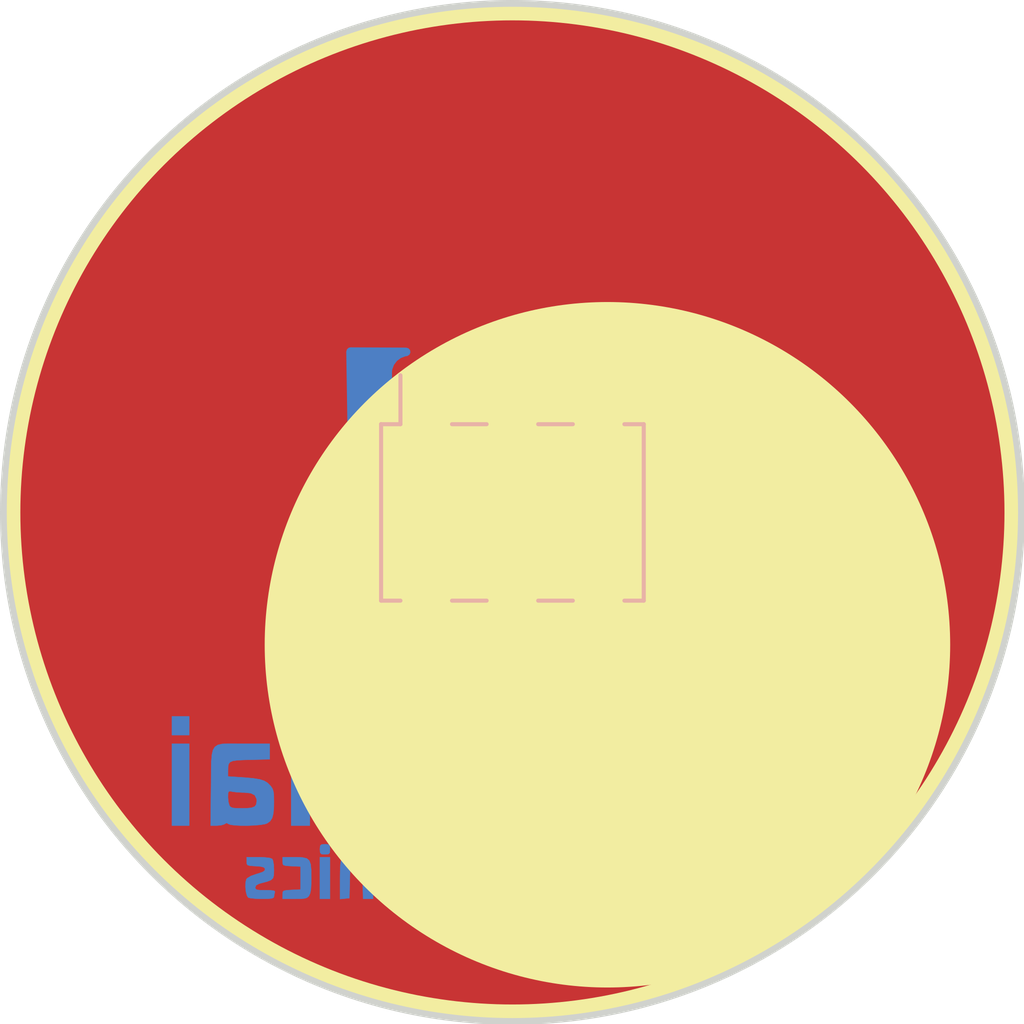
<source format=kicad_pcb>
(kicad_pcb (version 20240108) (generator "pcbnew") (generator_version "8.0")
  (layers (0 "F.Cu" signal) (31 "B.Cu" signal) (34 "B.Paste" user) (35 "F.Paste" user) (36 "B.SilkS" user "B.Silkscreen") (37 "F.SilkS" user "F.Silkscreen") (38 "B.Mask" user) (39 "F.Mask" user) (44 "Edge.Cuts" user))
  (net 0 "")
  (net 3 "GND")
  (net 4 "+3.3V")
  (net 5 "IO2")
  (net 6 "IO1")
  (footprint "googly_basic:kicad" (layer "B.Cu") (at 0 0 180)
    (property "Reference" "N1" (hide yes))
    (property "Value" "Housing" (hide yes))
    (fp_poly (pts (xy 10.033 -6.561666) (xy 9.525 -6.561666) (xy 9.525 -6.011333) (xy 10.033 -6.011333) (xy 10.033 -6.561666)) (stroke (width 0.01)) (fill solid) (layer "B.Cu"))
    (fp_poly (pts (xy 10.033 -9.228666) (xy 9.525 -9.228666) (xy 9.525 -6.815666) (xy 10.033 -6.815666) (xy 10.033 -9.228666)) (stroke (width 0.01)) (fill solid) (layer "B.Cu"))
    (fp_poly (pts (xy 5.672666 -11.387666) (xy 5.376333 -11.387666) (xy 5.376333 -10.16) (xy 5.672666 -10.16) (xy 5.672666 -11.387666)) (stroke (width 0.01)) (fill solid) (layer "B.Cu"))
    (fp_poly (pts (xy 0.677333 -6.561666) (xy 0.169333 -6.561666) (xy 0.169333 -6.011333) (xy 0.677333 -6.011333) (xy 0.677333 -6.561666)) (stroke (width 0.01)) (fill solid) (layer "B.Cu"))
    (fp_poly (pts (xy 0.677333 -9.228666) (xy 0.169333 -9.228666) (xy 0.169333 -6.815666) (xy 0.677333 -6.815666) (xy 0.677333 -9.228666)) (stroke (width 0.01)) (fill solid) (layer "B.Cu"))
    (fp_poly (pts (xy 2.659145 -10.296955) (xy 2.639381 -10.392407) (xy 2.586336 -10.437441) (xy 2.497666 -10.456333) (xy 2.3495 -10.4775) (xy 2.325468 -11.387666) (xy 2.029675 -11.387666) (xy 2.041421 -10.784416) (xy 2.053166 -10.181166) (xy 2.362812 -10.169955) (xy 2.672458 -10.158743) (xy 2.659145 -10.296955)) (stroke (width 0.01)) (fill solid) (layer "B.Cu"))
    (fp_poly (pts (xy -1.312334 -11.387666) (xy -1.608667 -11.387666) (xy -1.608667 -10.541) (xy -1.607419 -10.237614) (xy -1.603323 -10.010452) (xy -1.595856 -9.851105) (xy -1.58449 -9.751161) (xy -1.568702 -9.702212) (xy -1.55575 -9.693755) (xy -1.474081 -9.682831) (xy -1.407584 -9.667651) (xy -1.312334 -9.642125) (xy -1.312334 -11.387666)) (stroke (width 0.01)) (fill solid) (layer "B.Cu"))
    (fp_poly (pts (xy -1.689529 -6.854156) (xy -1.0795 -7.866312) (xy -1.068165 -6.854156) (xy -1.056829 -5.842) (xy -0.508 -5.842) (xy -0.508 -9.232891) (xy -0.745613 -9.220195) (xy -0.983226 -9.2075) (xy -2.264834 -7.03541) (xy -2.287406 -9.228666) (xy -2.794 -9.228666) (xy -2.794 -5.842) (xy -2.299557 -5.842) (xy -1.689529 -6.854156)) (stroke (width 0.01)) (fill solid) (layer "B.Cu"))
    (fp_poly (pts (xy 5.623805 -9.785553) (xy 5.664532 -9.822526) (xy 5.672648 -9.915888) (xy 5.672666 -9.927166) (xy 5.666113 -10.026472) (xy 5.62914 -10.067198) (xy 5.535777 -10.075314) (xy 5.5245 -10.075333) (xy 5.425194 -10.06878) (xy 5.384467 -10.031806) (xy 5.376351 -9.938444) (xy 5.376333 -9.927166) (xy 5.382886 -9.82786) (xy 5.419859 -9.787134) (xy 5.513222 -9.779018) (xy 5.5245 -9.779) (xy 5.623805 -9.785553)) (stroke (width 0.01)) (fill solid) (layer "B.Cu"))
    (fp_poly (pts (xy 6.469066 -5.816312) (xy 6.482762 -5.835296) (xy 6.493748 -5.880635) (xy 6.502319 -5.959706) (xy 6.508764 -6.079889) (xy 6.513377 -6.248562) (xy 6.516448 -6.473103) (xy 6.518269 -6.760893) (xy 6.519133 -7.119309) (xy 6.519333 -7.509637) (xy 6.519333 -9.228666) (xy 5.969 -9.228666) (xy 5.969 -5.842) (xy 6.177204 -5.842) (xy 6.313774 -5.836962) (xy 6.421679 -5.824199) (xy 6.45237 -5.816304) (xy 6.469066 -5.816312)) (stroke (width 0.01)) (fill solid) (layer "B.Cu"))
    (fp_poly (pts (xy 4.748939 -10.166648) (xy 4.910818 -10.178934) (xy 5.007346 -10.199098) (xy 5.022779 -10.207544) (xy 5.047795 -10.252149) (xy 5.064942 -10.34457) (xy 5.075224 -10.495637) (xy 5.079646 -10.716176) (xy 5.08 -10.824032) (xy 5.08 -11.393031) (xy 4.942416 -11.379765) (xy 4.804833 -11.3665) (xy 4.792841 -10.887884) (xy 4.780849 -10.409269) (xy 4.602341 -10.422218) (xy 4.423833 -10.435166) (xy 4.399893 -11.387666) (xy 4.106333 -11.387666) (xy 4.106333 -10.166997) (xy 4.535945 -10.163526) (xy 4.748939 -10.166648)) (stroke (width 0.01)) (fill solid) (layer "B.Cu"))
    (fp_poly (pts (xy -1.905 -9.948333) (xy -2.497667 -9.948333) (xy -2.497667 -10.414) (xy -2.243667 -10.414) (xy -2.103069 -10.415663) (xy -2.027182 -10.427304) (xy -1.996049 -10.458901) (xy -1.989715 -10.520432) (xy -1.989667 -10.541) (xy -1.992993 -10.611298) (xy -2.016275 -10.649242) (xy -2.07947 -10.664808) (xy -2.202532 -10.667976) (xy -2.243667 -10.668) (xy -2.497667 -10.668) (xy -2.497667 -11.133666) (xy -1.905 -11.133666) (xy -1.905 -11.387666) (xy -2.794 -11.387666) (xy -2.794 -9.694333) (xy -1.905 -9.694333) (xy -1.905 -9.948333)) (stroke (width 0.01)) (fill solid) (layer "B.Cu"))
    (fp_poly (pts (xy 6.773333 -10.284979) (xy 6.769652 -10.353267) (xy 6.745593 -10.39179) (xy 6.681633 -10.4107) (xy 6.558249 -10.420151) (xy 6.50875 -10.422563) (xy 6.244166 -10.435166) (xy 6.244166 -11.1125) (xy 6.50875 -11.125103) (xy 6.652943 -11.13371) (xy 6.73207 -11.148844) (xy 6.765654 -11.180656) (xy 6.773219 -11.239299) (xy 6.773333 -11.262686) (xy 6.773333 -11.387666) (xy 6.4159 -11.387666) (xy 6.237955 -11.385478) (xy 6.124462 -11.375925) (xy 6.055254 -11.354526) (xy 6.010165 -11.316799) (xy 5.992567 -11.29358) (xy 5.958942 -11.218493) (xy 5.938137 -11.099182) (xy 5.92821 -10.920324) (xy 5.926666 -10.773833) (xy 5.929955 -10.534613) (xy 5.946612 -10.367219) (xy 5.986825 -10.258867) (xy 6.060781 -10.196776) (xy 6.178668 -10.168164) (xy 6.350674 -10.160249) (xy 6.4159 -10.16) (xy 6.773333 -10.16) (xy 6.773333 -10.284979)) (stroke (width 0.01)) (fill solid) (layer "B.Cu"))
    (fp_poly (pts (xy 0.958467 -10.410354) (xy 0.701483 -10.42276) (xy 0.4445 -10.435166) (xy 0.432204 -10.784416) (xy 0.419909 -11.133666) (xy 0.701317 -11.133666) (xy 0.85174 -11.136464) (xy 0.933289 -11.147597) (xy 0.961653 -11.171172) (xy 0.957029 -11.200629) (xy 0.933749 -11.295992) (xy 0.931333 -11.327629) (xy 0.91227 -11.359157) (xy 0.845654 -11.377637) (xy 0.717347 -11.385601) (xy 0.60325 -11.386379) (xy 0.435888 -11.380381) (xy 0.295151 -11.365718) (xy 0.207986 -11.345367) (xy 0.201083 -11.341942) (xy 0.169076 -11.312924) (xy 0.147703 -11.260124) (xy 0.134925 -11.168519) (xy 0.128705 -11.023083) (xy 0.127003 -10.808795) (xy 0.127 -10.79592) (xy 0.128914 -10.551948) (xy 0.140788 -10.380031) (xy 0.17182 -10.26756) (xy 0.231207 -10.201927) (xy 0.328147 -10.170523) (xy 0.471837 -10.160738) (xy 0.590885 -10.16) (xy 0.921723 -10.16) (xy 0.958467 -10.410354)) (stroke (width 0.01)) (fill solid) (layer "B.Cu"))
    (fp_poly (pts (xy 3.548666 -10.164991) (xy 3.685595 -10.188513) (xy 3.773815 -10.243387) (xy 3.823932 -10.342437) (xy 3.846551 -10.498482) (xy 3.852276 -10.724347) (xy 3.852333 -10.764413) (xy 3.849141 -11.005762) (xy 3.833037 -11.175185) (xy 3.794228 -11.285369) (xy 3.722923 -11.348997) (xy 3.609329 -11.378754) (xy 3.443653 -11.387324) (xy 3.37119 -11.387666) (xy 3.141416 -11.378887) (xy 2.991976 -11.352317) (xy 2.939674 -11.327579) (xy 2.904093 -11.293173) (xy 2.880467 -11.241209) (xy 2.866418 -11.155661) (xy 2.859567 -11.020502) (xy 2.858499 -10.914818) (xy 3.135854 -10.914818) (xy 3.145369 -11.033552) (xy 3.178374 -11.099161) (xy 3.243527 -11.1273) (xy 3.349485 -11.133629) (xy 3.365883 -11.133666) (xy 3.559424 -11.133666) (xy 3.547128 -10.784416) (xy 3.534833 -10.435166) (xy 3.153833 -10.435166) (xy 3.14117 -10.727299) (xy 3.135854 -10.914818) (xy 2.858499 -10.914818) (xy 2.857537 -10.819706) (xy 2.8575 -10.773833) (xy 2.859786 -10.534792) (xy 2.873541 -10.36758) (xy 2.909111 -10.259367) (xy 2.97684 -10.197323) (xy 3.087072 -10.168616) (xy 3.250153 -10.160418) (xy 3.352424 -10.16) (xy 3.548666 -10.164991)) (stroke (width 0.01)) (fill solid) (layer "B.Cu"))
    (fp_poly (pts (xy 2.893828 -6.974416) (xy 2.917049 -7.113949) (xy 2.924497 -7.210139) (xy 2.904171 -7.271383) (xy 2.84407 -7.306075) (xy 2.732193 -7.32261) (xy 2.55654 -7.329383) (xy 2.38125 -7.332985) (xy 1.8415 -7.344833) (xy 1.8415 -8.6995) (xy 2.38125 -8.711348) (xy 2.611007 -8.716295) (xy 2.768232 -8.724879) (xy 2.864926 -8.745496) (xy 2.913089 -8.786539) (xy 2.924722 -8.856404) (xy 2.911825 -8.963485) (xy 2.893828 -9.069916) (xy 2.867588 -9.228666) (xy 2.248711 -9.225983) (xy 2.021951 -9.222724) (xy 1.820298 -9.215597) (xy 1.661402 -9.205538) (xy 1.56291 -9.193484) (xy 1.545166 -9.188646) (xy 1.453603 -9.131251) (xy 1.375833 -9.059993) (xy 1.346821 -9.021841) (xy 1.324912 -8.972543) (xy 1.30885 -8.899977) (xy 1.297376 -8.792024) (xy 1.289232 -8.636561) (xy 1.28316 -8.421467) (xy 1.277902 -8.134622) (xy 1.277556 -8.11308) (xy 1.272533 -7.748008) (xy 1.274766 -7.458772) (xy 1.290778 -7.236542) (xy 1.327089 -7.072492) (xy 1.390222 -6.957793) (xy 1.486699 -6.883617) (xy 1.623042 -6.841135) (xy 1.805772 -6.82152) (xy 2.04141 -6.815944) (xy 2.236025 -6.815666) (xy 2.867588 -6.815666) (xy 2.893828 -6.974416)) (stroke (width 0.01)) (fill solid) (layer "B.Cu"))
    (fp_poly (pts (xy 1.531415 -9.914098) (xy 1.56221 -9.957338) (xy 1.566333 -10.030188) (xy 1.574319 -10.117362) (xy 1.615432 -10.153118) (xy 1.7145 -10.16) (xy 1.814047 -10.167079) (xy 1.854877 -10.202989) (xy 1.862666 -10.287) (xy 1.854554 -10.371986) (xy 1.813178 -10.407101) (xy 1.712982 -10.413999) (xy 1.712787 -10.414) (xy 1.562909 -10.414) (xy 1.575204 -10.76325) (xy 1.582304 -10.93448) (xy 1.592956 -11.038752) (xy 1.613429 -11.093731) (xy 1.649993 -11.117082) (xy 1.703916 -11.125895) (xy 1.788365 -11.150201) (xy 1.818163 -11.214986) (xy 1.820333 -11.263478) (xy 1.814098 -11.34138) (xy 1.779679 -11.37697) (xy 1.6935 -11.38635) (xy 1.640416 -11.386379) (xy 1.509108 -11.375666) (xy 1.404894 -11.350606) (xy 1.386416 -11.341942) (xy 1.35252 -11.310625) (xy 1.330636 -11.253382) (xy 1.318309 -11.154121) (xy 1.313084 -10.996752) (xy 1.312333 -10.856396) (xy 1.312333 -10.414) (xy 1.2065 -10.414) (xy 1.130863 -10.400331) (xy 1.103194 -10.342227) (xy 1.100666 -10.287) (xy 1.11223 -10.19606) (xy 1.160628 -10.162864) (xy 1.203688 -10.16) (xy 1.283362 -10.140533) (xy 1.316922 -10.066452) (xy 1.320104 -10.043583) (xy 1.350424 -9.952912) (xy 1.430504 -9.916433) (xy 1.449916 -9.913771) (xy 1.531415 -9.914098)) (stroke (width 0.01)) (fill solid) (layer "B.Cu"))
    (fp_poly (pts (xy 7.831666 -10.284979) (xy 7.827974 -10.353309) (xy 7.803872 -10.391835) (xy 7.739821 -10.410734) (xy 7.616283 -10.420183) (xy 7.567508 -10.422563) (xy 7.415734 -10.434631) (xy 7.330492 -10.45631) (xy 7.293742 -10.49316) (xy 7.289428 -10.508262) (xy 7.299988 -10.55496) (xy 7.361258 -10.596019) (xy 7.487693 -10.639989) (xy 7.535033 -10.653512) (xy 7.706645 -10.71373) (xy 7.814663 -10.779057) (xy 7.839073 -10.808839) (xy 7.863419 -10.905219) (xy 7.866497 -11.038908) (xy 7.851456 -11.178703) (xy 7.821445 -11.2934) (xy 7.78453 -11.349197) (xy 7.716699 -11.366591) (xy 7.588616 -11.379807) (xy 7.424674 -11.386584) (xy 7.376583 -11.387018) (xy 7.197593 -11.384175) (xy 7.089162 -11.373256) (xy 7.037373 -11.351895) (xy 7.027333 -11.327629) (xy 7.012483 -11.234536) (xy 7.001637 -11.200629) (xy 6.999528 -11.165504) (xy 7.037037 -11.145135) (xy 7.129555 -11.135774) (xy 7.276804 -11.133666) (xy 7.434123 -11.131376) (xy 7.524745 -11.121208) (xy 7.566589 -11.098218) (xy 7.577571 -11.05746) (xy 7.577666 -11.050631) (xy 7.553834 -10.988907) (xy 7.47111 -10.943612) (xy 7.39775 -10.922186) (xy 7.22247 -10.875519) (xy 7.113605 -10.832237) (xy 7.055341 -10.77556) (xy 7.031861 -10.688712) (xy 7.027351 -10.554912) (xy 7.027333 -10.529207) (xy 7.035147 -10.37547) (xy 7.05577 -10.258927) (xy 7.078133 -10.2108) (xy 7.149782 -10.183351) (xy 7.291803 -10.165837) (xy 7.4803 -10.16) (xy 7.831666 -10.16) (xy 7.831666 -10.284979)) (stroke (width 0.01)) (fill solid) (layer "B.Cu"))
    (fp_poly (pts (xy -0.372983 -10.16772) (xy -0.228321 -10.197564) (xy -0.140911 -10.259561) (xy -0.097483 -10.363736) (xy -0.084762 -10.520116) (xy -0.084667 -10.540376) (xy -0.093655 -10.713758) (xy -0.130369 -10.825593) (xy -0.209437 -10.888887) (xy -0.345486 -10.91664) (xy -0.513969 -10.922) (xy -0.668512 -10.923649) (xy -0.75591 -10.932531) (xy -0.793673 -10.954545) (xy -0.799311 -10.995589) (xy -0.796695 -11.01725) (xy -0.783235 -11.065571) (xy -0.747655 -11.095232) (xy -0.671773 -11.11196) (xy -0.53741 -11.121481) (xy -0.455084 -11.124864) (xy -0.127 -11.137228) (xy -0.127 -11.387666) (xy -0.526143 -11.387666) (xy -0.731495 -11.383994) (xy -0.868444 -11.371455) (xy -0.952998 -11.34776) (xy -0.99181 -11.321142) (xy -1.022398 -11.272352) (xy -1.042416 -11.188944) (xy -1.0537 -11.055903) (xy -1.058087 -10.858217) (xy -1.058334 -10.77737) (xy -1.056525 -10.620137) (xy -0.799707 -10.620137) (xy -0.775015 -10.65456) (xy -0.7022 -10.666597) (xy -0.595479 -10.668) (xy -0.469132 -10.665383) (xy -0.405741 -10.648809) (xy -0.3836 -10.605189) (xy -0.381 -10.53868) (xy -0.38521 -10.461063) (xy -0.412729 -10.424887) (xy -0.485898 -10.41722) (xy -0.582084 -10.422263) (xy -0.704749 -10.434754) (xy -0.766565 -10.461134) (xy -0.791351 -10.515765) (xy -0.796562 -10.551583) (xy -0.799707 -10.620137) (xy -1.056525 -10.620137) (xy -1.055573 -10.537436) (xy -1.040805 -10.369368) (xy -1.004307 -10.260397) (xy -0.936353 -10.197751) (xy -0.827218 -10.168663) (xy -0.667177 -10.160361) (xy -0.58817 -10.16) (xy -0.372983 -10.16772)) (stroke (width 0.01)) (fill solid) (layer "B.Cu"))
    (fp_poly (pts (xy 4.689885 -6.816457) (xy 4.908971 -6.824567) (xy 5.075669 -6.849231) (xy 5.197134 -6.89953) (xy 5.280519 -6.984541) (xy 5.332978 -7.113344) (xy 5.361666 -7.295017) (xy 5.373737 -7.53864) (xy 5.376343 -7.85329) (xy 5.376333 -8.040563) (xy 5.376333 -8.930997) (xy 5.252909 -9.069248) (xy 5.129485 -9.2075) (xy 4.480326 -9.21868) (xy 4.215452 -9.221552) (xy 4.020509 -9.218969) (xy 3.880876 -9.209879) (xy 3.781931 -9.193227) (xy 3.709054 -9.16796) (xy 3.697268 -9.16226) (xy 3.618428 -9.114378) (xy 3.558144 -9.053079) (xy 3.513998 -8.967203) (xy 3.483571 -8.845591) (xy 3.464443 -8.677082) (xy 3.454197 -8.450515) (xy 3.450413 -8.154732) (xy 3.450178 -8.028529) (xy 3.979333 -8.028529) (xy 3.980316 -8.278727) (xy 3.984207 -8.457398) (xy 3.992417 -8.577669) (xy 4.006358 -8.652664) (xy 4.027442 -8.695511) (xy 4.053416 -8.717275) (xy 4.142825 -8.742433) (xy 4.28631 -8.756814) (xy 4.45396 -8.760342) (xy 4.615863 -8.752937) (xy 4.742108 -8.734523) (xy 4.786449 -8.719177) (xy 4.817861 -8.696327) (xy 4.840058 -8.658015) (xy 4.854621 -8.590921) (xy 4.863131 -8.481723) (xy 4.867167 -8.317101) (xy 4.868312 -8.083733) (xy 4.868333 -8.029143) (xy 4.865395 -7.739757) (xy 4.856364 -7.530337) (xy 4.84091 -7.396379) (xy 4.818705 -7.333381) (xy 4.817533 -7.332133) (xy 4.746063 -7.304633) (xy 4.605275 -7.287065) (xy 4.423833 -7.281333) (xy 4.231698 -7.287847) (xy 4.094859 -7.306102) (xy 4.030133 -7.332133) (xy 4.007602 -7.39206) (xy 3.991844 -7.522785) (xy 3.982532 -7.7288) (xy 3.979338 -8.014601) (xy 3.979333 -8.028529) (xy 3.450178 -8.028529) (xy 3.450166 -8.022166) (xy 3.451862 -7.761688) (xy 3.456577 -7.523509) (xy 3.463753 -7.323294) (xy 3.472831 -7.176704) (xy 3.483052 -7.100103) (xy 3.524998 -7.000085) (xy 3.594554 -6.925643) (xy 3.70278 -6.873391) (xy 3.860737 -6.83994) (xy 4.079482 -6.821905) (xy 4.370076 -6.815898) (xy 4.411258 -6.815824) (xy 4.689885 -6.816457)) (stroke (width 0.01)) (fill solid) (layer "B.Cu"))
    (fp_poly (pts (xy 8.561633 -6.823405) (xy 8.683502 -6.852711) (xy 8.768937 -6.909933) (xy 8.824515 -7.003804) (xy 8.856815 -7.143056) (xy 8.872414 -7.336421) (xy 8.87789 -7.592632) (xy 8.879821 -7.920421) (xy 8.88139 -8.103035) (xy 8.893947 -9.228666) (xy 8.70994 -9.228666) (xy 8.584624 -9.217613) (xy 8.492485 -9.189936) (xy 8.475133 -9.177866) (xy 8.417526 -9.148864) (xy 8.373533 -9.177866) (xy 8.304463 -9.203765) (xy 8.172055 -9.220745) (xy 7.997133 -9.229113) (xy 7.800521 -9.229171) (xy 7.603045 -9.221225) (xy 7.425527 -9.205579) (xy 7.288793 -9.182537) (xy 7.226466 -9.161097) (xy 7.138251 -9.096167) (xy 7.079343 -9.004152) (xy 7.044726 -8.869166) (xy 7.02938 -8.675322) (xy 7.027333 -8.530658) (xy 7.027734 -8.503557) (xy 7.535333 -8.503557) (xy 7.547856 -8.603348) (xy 7.594758 -8.667799) (xy 7.690032 -8.703971) (xy 7.847676 -8.718926) (xy 7.965643 -8.720666) (xy 8.136545 -8.71778) (xy 8.242446 -8.706255) (xy 8.302902 -8.681793) (xy 8.337468 -8.640096) (xy 8.338177 -8.638783) (xy 8.366315 -8.544534) (xy 8.381263 -8.413239) (xy 8.382 -8.379491) (xy 8.378805 -8.26842) (xy 8.35737 -8.221733) (xy 8.299921 -8.219148) (xy 8.249708 -8.228541) (xy 8.127948 -8.244167) (xy 7.969802 -8.253666) (xy 7.892898 -8.255) (xy 7.708845 -8.273347) (xy 7.594183 -8.331979) (xy 7.541163 -8.436283) (xy 7.535333 -8.503557) (xy 7.027734 -8.503557) (xy 7.030005 -8.350332) (xy 7.041601 -8.230486) (xy 7.067495 -8.147009) (xy 7.113056 -8.07579) (xy 7.134552 -8.049407) (xy 7.21603 -7.968718) (xy 7.314517 -7.909543) (xy 7.445876 -7.867191) (xy 7.62597 -7.836971) (xy 7.870663 -7.814192) (xy 7.948083 -7.808825) (xy 8.382 -7.7802) (xy 8.381351 -7.60485) (xy 8.378138 -7.490786) (xy 8.361171 -7.409622) (xy 8.317988 -7.355332) (xy 8.236126 -7.321889) (xy 8.103123 -7.303266) (xy 7.906517 -7.293437) (xy 7.727459 -7.288636) (xy 7.154333 -7.274773) (xy 7.154333 -6.815666) (xy 7.911643 -6.815666) (xy 8.182282 -6.813615) (xy 8.396752 -6.813284) (xy 8.561633 -6.823405)) (stroke (width 0.01)) (fill solid) (layer "B.Cu"))
    (fp_poly (pts (xy -5.863688 -6.60357) (xy -5.08 -7.386308) (xy -5.08 -8.392651) (xy -5.598584 -8.927075) (xy -5.768209 -9.101035) (xy -5.917731 -9.252776) (xy -6.037118 -9.372244) (xy -6.116332 -9.449384) (xy -6.144608 -9.474174) (xy -6.157816 -9.519985) (xy -6.155766 -9.617268) (xy -6.152975 -9.643508) (xy -6.168981 -9.83627) (xy -6.253509 -10.014809) (xy -6.390493 -10.161241) (xy -6.563869 -10.257681) (xy -6.731 -10.287) (xy -6.894312 -10.2569) (xy -7.031657 -10.190906) (xy -7.194272 -10.038587) (xy -7.287008 -9.85701) (xy -7.307933 -9.685267) (xy -6.983195 -9.685267) (xy -6.955458 -9.812685) (xy -6.914939 -9.870916) (xy -6.804476 -9.93648) (xy -6.67198 -9.93847) (xy -6.554417 -9.878272) (xy -6.487369 -9.769544) (xy -6.48502 -9.646243) (xy -6.537504 -9.5339) (xy -6.634955 -9.458048) (xy -6.723645 -9.440333) (xy -6.856779 -9.475433) (xy -6.946799 -9.564964) (xy -6.983195 -9.685267) (xy -7.307933 -9.685267) (xy -7.310674 -9.662772) (xy -7.266082 -9.472474) (xy -7.154041 -9.302714) (xy -6.981991 -9.173533) (xy -6.786548 -9.115112) (xy -6.679843 -9.116352) (xy -6.619236 -9.121221) (xy -6.56554 -9.113604) (xy -6.50761 -9.084927) (xy -6.434298 -9.026614) (xy -6.334458 -8.930092) (xy -6.196945 -8.786787) (xy -6.055426 -8.636016) (xy -5.588 -8.136561) (xy -5.588 -7.597808) (xy -6.88016 -6.307666) (xy -7.346953 -6.307666) (xy -7.658821 -6.62163) (xy -7.97069 -6.935594) (xy -7.901179 -7.10932) (xy -7.85368 -7.292895) (xy -7.83442 -7.512093) (xy -7.843845 -7.730494) (xy -7.882401 -7.911679) (xy -7.891054 -7.934184) (xy -7.998222 -8.115984) (xy -8.15655 -8.296572) (xy -8.337486 -8.446202) (xy -8.440391 -8.506526) (xy -8.642407 -8.569658) (xy -8.885388 -8.593482) (xy -9.134502 -8.576417) (xy -9.276993 -8.544536) (xy -9.478036 -8.447522) (xy -9.669992 -8.289775) (xy -9.828319 -8.093803) (xy -9.890181 -7.982187) (xy -9.974657 -7.706651) (xy -9.984992 -7.437879) (xy -9.468509 -7.437879) (xy -9.46091 -7.630354) (xy -9.380003 -7.811151) (xy -9.230355 -7.9648) (xy -9.176137 -8.001228) (xy -8.983269 -8.075943) (xy -8.790538 -8.066877) (xy -8.686815 -8.026188) (xy -8.50733 -7.902663) (xy -8.402126 -7.75094) (xy -8.3619 -7.556333) (xy -8.360834 -7.511461) (xy -8.367157 -7.368663) (xy -8.396528 -7.271347) (xy -8.464551 -7.180655) (xy -8.514312 -7.129266) (xy -8.693454 -7.001232) (xy -8.885853 -6.951288) (xy -9.077153 -6.977483) (xy -9.252996 -7.077872) (xy -9.398229 -7.249196) (xy -9.468509 -7.437879) (xy -9.984992 -7.437879) (xy -9.985759 -7.417947) (xy -9.926515 -7.135827) (xy -9.799954 -6.880043) (xy -9.702422 -6.757395) (xy -9.498743 -6.597508) (xy -9.24821 -6.48981) (xy -8.974235 -6.439256) (xy -8.700231 -6.450801) (xy -8.5062 -6.504226) (xy -8.332352 -6.573786) (xy -7.954166 -6.19731) (xy -7.57598 -5.820833) (xy -6.647375 -5.820833) (xy -5.863688 -6.60357)) (stroke (width 0.01)) (fill solid) (layer "B.Cu"))
    (fp_poly (pts (xy -6.534284 -6.987944) (xy -6.35143 -7.103367) (xy -6.3246 -7.128933) (xy -6.197591 -7.302369) (xy -6.153011 -7.48957) (xy -6.189813 -7.696593) (xy -6.215392 -7.760826) (xy -6.331701 -7.939215) (xy -6.494458 -8.048313) (xy -6.708436 -8.091106) (xy -6.744696 -8.091988) (xy -6.81184 -8.095184) (xy -6.872577 -8.109579) (xy -6.938215 -8.143553) (xy -7.020062 -8.205484) (xy -7.129424 -8.30375) (xy -7.277611 -8.44673) (xy -7.440084 -8.607239) (xy -7.958667 -9.121562) (xy -7.958667 -9.598422) (xy -7.28586 -10.239044) (xy -6.613054 -10.879666) (xy -6.383628 -10.879666) (xy -6.278033 -10.877376) (xy -6.19663 -10.863558) (xy -6.120044 -10.827796) (xy -6.028897 -10.759671) (xy -5.903813 -10.648764) (xy -5.832775 -10.583491) (xy -5.511348 -10.287315) (xy -5.592008 -10.075037) (xy -5.654651 -9.862689) (xy -5.665279 -9.694333) (xy -5.122334 -9.694333) (xy -5.11593 -9.83194) (xy -5.085885 -9.927927) (xy -5.01595 -10.020454) (xy -4.957981 -10.080313) (xy -4.852048 -10.17761) (xy -4.762632 -10.226511) (xy -4.651573 -10.243265) (xy -4.572 -10.244666) (xy -4.434393 -10.238262) (xy -4.338406 -10.208217) (xy -4.245879 -10.138283) (xy -4.18602 -10.080313) (xy -4.088723 -9.974381) (xy -4.039822 -9.884964) (xy -4.023069 -9.773905) (xy -4.021667 -9.694333) (xy -4.028071 -9.556725) (xy -4.058116 -9.460738) (xy -4.128051 -9.368212) (xy -4.18602 -9.308352) (xy -4.291953 -9.211056) (xy -4.381369 -9.162155) (xy -4.492428 -9.145401) (xy -4.572 -9.144) (xy -4.709608 -9.150404) (xy -4.805595 -9.180449) (xy -4.898122 -9.250383) (xy -4.957981 -9.308352) (xy -5.055278 -9.414285) (xy -5.104179 -9.503701) (xy -5.120932 -9.614761) (xy -5.122334 -9.694333) (xy -5.665279 -9.694333) (xy -5.667146 -9.664767) (xy -5.630186 -9.445551) (xy -5.605983 -9.35815) (xy -5.493528 -9.119518) (xy -5.316082 -8.910342) (xy -5.091785 -8.744033) (xy -4.83878 -8.634006) (xy -4.575207 -8.593672) (xy -4.572 -8.593666) (xy -4.302377 -8.633822) (xy -4.04644 -8.745716) (xy -3.821234 -8.916483) (xy -3.6438 -9.133262) (xy -3.532641 -9.37811) (xy -3.484641 -9.683019) (xy -3.516697 -9.974474) (xy -3.624238 -10.2417) (xy -3.802697 -10.473919) (xy -4.047503 -10.660354) (xy -4.085167 -10.681311) (xy -4.248618 -10.738859) (xy -4.454922 -10.770158) (xy -4.673143 -10.774505) (xy -4.872342 -10.751201) (xy -5.0165 -10.702418) (xy -5.1435 -10.632372) (xy -5.915262 -11.387666) (xy -6.872658 -11.387666) (xy -7.669663 -10.593592) (xy -8.466667 -9.799517) (xy -8.466667 -9.375344) (xy -8.462687 -9.155173) (xy -8.449251 -9.002241) (xy -8.424111 -8.899429) (xy -8.397289 -8.846502) (xy -8.344906 -8.781956) (xy -8.244202 -8.670099) (xy -8.106809 -8.523404) (xy -7.944356 -8.354348) (xy -7.821647 -8.229069) (xy -7.63721 -8.041569) (xy -7.50392 -7.902294) (xy -7.413295 -7.799366) (xy -7.356848 -7.720908) (xy -7.326095 -7.655041) (xy -7.312552 -7.589887) (xy -7.307733 -7.513569) (xy -7.307575 -7.509403) (xy -7.304784 -7.493114) (xy -6.983985 -7.493114) (xy -6.971356 -7.617871) (xy -6.898575 -7.717939) (xy -6.89323 -7.72181) (xy -6.758701 -7.783014) (xy -6.638344 -7.762713) (xy -6.559103 -7.702102) (xy -6.491479 -7.583445) (xy -6.499872 -7.454392) (xy -6.581583 -7.335724) (xy -6.609726 -7.312631) (xy -6.697598 -7.258929) (xy -6.772183 -7.258604) (xy -6.842559 -7.287578) (xy -6.939905 -7.37318) (xy -6.983985 -7.493114) (xy -7.304784 -7.493114) (xy -7.270696 -7.294244) (xy -7.174378 -7.135677) (xy -7.012185 -7.024268) (xy -6.962226 -7.003302) (xy -6.73782 -6.954601) (xy -6.534284 -6.987944)) (stroke (width 0.01)) (fill solid) (layer "B.Cu"))
  )
  (footprint "Connector_PinHeader_2.54mm:PinHeader_2x03_P2.54mm_Vertical_SMD" (layer "B.Cu") (at 0 0 -90)
    (property "Reference" "X1" (hide yes))
    (property "Value" "SAO" (hide yes))
    (fp_line (start -2.6 3.87) (end 2.6 3.87) (stroke (width 0.12)) (layer "B.SilkS"))
    (fp_line (start -2.6 3.87) (end -2.6 3.3) (stroke (width 0.12)) (layer "B.SilkS"))
    (fp_line (start 2.6 3.87) (end 2.6 3.3) (stroke (width 0.12)) (layer "B.SilkS"))
    (fp_line (start -4.04 3.3) (end -2.6 3.3) (stroke (width 0.12)) (layer "B.SilkS"))
    (fp_line (start -2.6 1.78) (end -2.6 0.76) (stroke (width 0.12)) (layer "B.SilkS"))
    (fp_line (start 2.6 1.78) (end 2.6 0.76) (stroke (width 0.12)) (layer "B.SilkS"))
    (fp_line (start -2.6 -0.76) (end -2.6 -1.78) (stroke (width 0.12)) (layer "B.SilkS"))
    (fp_line (start 2.6 -0.76) (end 2.6 -1.78) (stroke (width 0.12)) (layer "B.SilkS"))
    (fp_line (start -2.6 -3.3) (end -2.6 -3.87) (stroke (width 0.12)) (layer "B.SilkS"))
    (fp_line (start 2.6 -3.3) (end 2.6 -3.87) (stroke (width 0.12)) (layer "B.SilkS"))
    (fp_line (start -2.6 -3.87) (end 2.6 -3.87) (stroke (width 0.12)) (layer "B.SilkS"))
    (pad "1" smd rect (at -2.525 2.54 270) (size 3.15 1) (layers "B.Cu" "B.Paste" "B.Mask") (net 4 "+3.3V"))
    (pad "2" smd rect (at 2.525 2.54 270) (size 3.15 1) (layers "B.Cu" "B.Paste" "B.Mask") (net 3 "GND"))
    (pad "3" smd rect (at -2.525 0 270) (size 3.15 1) (layers "B.Cu" "B.Paste" "B.Mask"))
    (pad "4" smd rect (at 2.525 0 270) (size 3.15 1) (layers "B.Cu" "B.Paste" "B.Mask"))
    (pad "5" smd rect (at -2.525 -2.54 270) (size 3.15 1) (layers "B.Cu" "B.Paste" "B.Mask") (net 6 "IO1"))
    (pad "6" smd rect (at 2.525 -2.54 270) (size 3.15 1) (layers "B.Cu" "B.Paste" "B.Mask") (net 5 "IO2"))
  )
  (gr_circle (center 0 0) (end 14.5 0) (stroke (width 0.2)) (fill solid) (layer "F.Cu"))
  (gr_circle (center 0 0) (end 14.75 0) (stroke (width 0.5)) (fill none) (layer "F.SilkS"))
  (gr_circle (center 2.8 3.9) (end 12.8 3.9) (stroke (width 0.2)) (fill solid) (layer "F.SilkS"))
  (gr_circle (center 0 0) (end 15 0) (stroke (width 0.2)) (fill none) (layer "Edge.Cuts"))
  (zone (net 4) (net_name "+3.3V") (layer "B.Cu") (connect_pads (clearance 0.508)) (min_thickness 0.254) (fill yes (thermal_gap 0.508) (thermal_bridge_width 0.508))
    (polygon (pts (xy 0.092607 -0.039231) (xy -4.823393 -0.064231) (xy -4.898393 -4.865231) (xy 0.017607 -4.840231)))
  )
  (zone (net 6) (net_name "IO1") (layer "B.Cu") (connect_pads (clearance 0.508)) (min_thickness 0.254) (fill yes (thermal_gap 0.508) (thermal_bridge_width 0.508))
    (polygon (pts (xy 5.017607 0.010769) (xy 0.101607 -0.014231) (xy 0.026607 -4.815231) (xy 4.942607 -4.790231)))
  )
  (zone (net 5) (net_name "IO2") (layer "B.Cu") (connect_pads (clearance 0.508)) (min_thickness 0.254) (fill yes (thermal_gap 0.508) (thermal_bridge_width 0.508))
    (polygon (pts (xy 5.117634 4.805425) (xy 0.201634 4.780425) (xy 0.126634 -0.020575) (xy 5.042634 0.004425)))
  )
  (zone (net 3) (net_name "GND") (layer "B.Cu") (connect_pads (clearance 0.508)) (min_thickness 0.254) (fill yes (thermal_gap 0.508) (thermal_bridge_width 0.508))
    (polygon (pts (xy 0.217607 4.785769) (xy -4.698393 4.760769) (xy -4.773393 -0.040231) (xy 0.142607 -0.015231)))
  )
)
</source>
